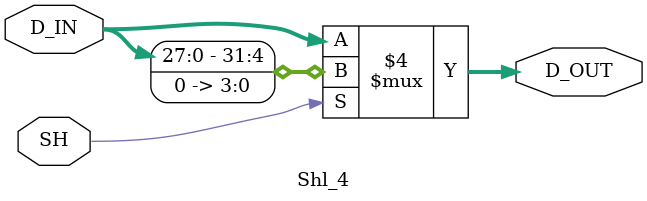
<source format=v>
`timescale 1 ns/1 ns

module Shl_4(SH, D_IN, D_OUT);
	input  SH;
	input  [31:0] D_IN;
	output [31:0] D_OUT;
	reg    [31:0] D_OUT;

	// CombLogic
	always @(SH, D_IN) begin
		if(SH == 1'b1)
			D_OUT <= {D_IN[27:0], 4'h0};
		else
			D_OUT <= D_IN;
	end
endmodule
</source>
